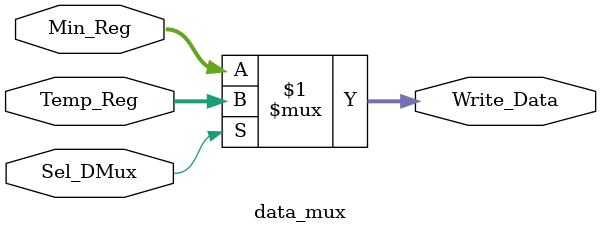
<source format=sv>
module data_mux (
  input   logic [15:0]  Min_Reg,
  input   logic [15:0]  Temp_Reg,
  input   logic         Sel_DMux,
  output  logic [15:0]  Write_Data
);

assign Write_Data = Sel_DMux ? Temp_Reg : Min_Reg;

endmodule
</source>
